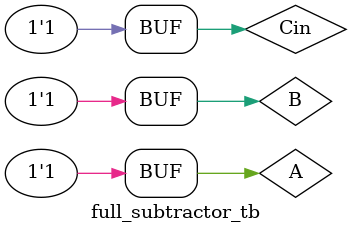
<source format=v>
module full_subtractor (
    input A,     
    input B,     
    input Cin,   
    output Diff,   
    output Cout );

    assign Diff  = A ^ B ^ Cin;               
  assign Cout = (~A & B) | (B & Cin) | (~A & Cin); 

endmodule

//Testbench code
module full_subtractor_tb;
  reg A,B,Cin;
  wire Diff,Cout;
  full_subtractor uut(A,B,Cin,Diff,Cout);
  initial begin
    A=0;B=0;Cin=0;#10;
    A=0;B=0;Cin=1;#10;
    A=0;B=1;Cin=0;#10;
    A=0;B=1;Cin=1;#10;
    A=1;B=0;Cin=0;#10;
    A=1;B=0;Cin=1;#10;
    A=1;B=1;Cin=0;#10;
    A=1;B=1;Cin=1;#10;
    
  end
  initial begin
    $dumpfile("full_subtractor.vcd");
    $dumpvars(1,full_subtractor_tb);
  end
    
  always@(*)
    $monitor("TIme=%0t Input A=%b B=%b Cin=%b Difference=%b Borrow=%b",$time,A,B,Cin,Diff,Cout);
endmodule

</source>
